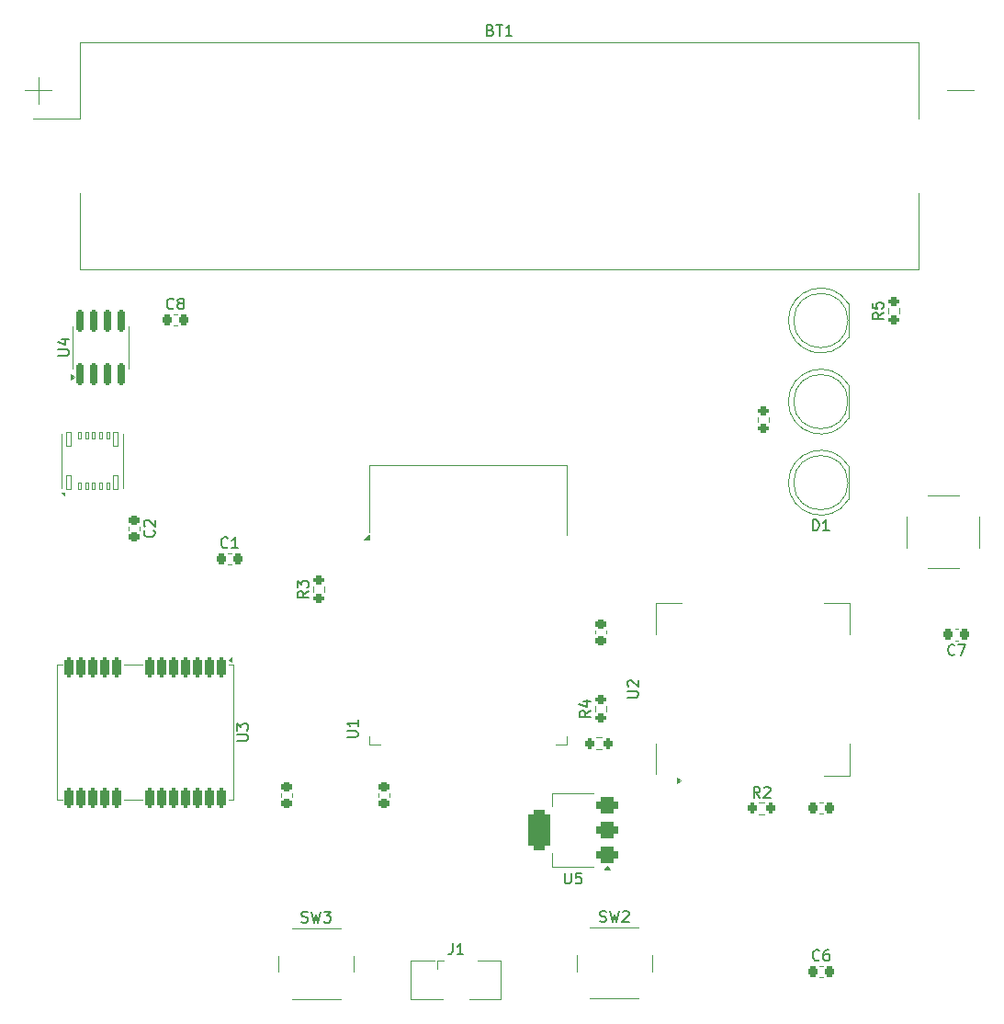
<source format=gbr>
%TF.GenerationSoftware,KiCad,Pcbnew,9.0.0*%
%TF.CreationDate,2025-07-02T16:13:02+05:30*%
%TF.ProjectId,ESP32 GPS + GSM Tracker,45535033-3220-4475-9053-202b2047534d,rev?*%
%TF.SameCoordinates,Original*%
%TF.FileFunction,Legend,Top*%
%TF.FilePolarity,Positive*%
%FSLAX46Y46*%
G04 Gerber Fmt 4.6, Leading zero omitted, Abs format (unit mm)*
G04 Created by KiCad (PCBNEW 9.0.0) date 2025-07-02 16:13:02*
%MOMM*%
%LPD*%
G01*
G04 APERTURE LIST*
G04 Aperture macros list*
%AMRoundRect*
0 Rectangle with rounded corners*
0 $1 Rounding radius*
0 $2 $3 $4 $5 $6 $7 $8 $9 X,Y pos of 4 corners*
0 Add a 4 corners polygon primitive as box body*
4,1,4,$2,$3,$4,$5,$6,$7,$8,$9,$2,$3,0*
0 Add four circle primitives for the rounded corners*
1,1,$1+$1,$2,$3*
1,1,$1+$1,$4,$5*
1,1,$1+$1,$6,$7*
1,1,$1+$1,$8,$9*
0 Add four rect primitives between the rounded corners*
20,1,$1+$1,$2,$3,$4,$5,0*
20,1,$1+$1,$4,$5,$6,$7,0*
20,1,$1+$1,$6,$7,$8,$9,0*
20,1,$1+$1,$8,$9,$2,$3,0*%
%AMFreePoly0*
4,1,13,0.750000,1.250000,1.250000,1.250000,1.250000,-1.250000,0.750000,-1.250000,0.750000,-2.300000,-0.750000,-2.300000,-0.750000,-1.250000,-1.250000,-1.250000,-1.250000,1.250000,-0.750000,1.250000,-0.750000,2.300000,0.750000,2.300000,0.750000,1.250000,0.750000,1.250000,$1*%
G04 Aperture macros list end*
%ADD10C,0.150000*%
%ADD11C,0.120000*%
%ADD12R,1.800000X1.800000*%
%ADD13C,1.800000*%
%ADD14C,2.000000*%
%ADD15C,2.390000*%
%ADD16C,3.450000*%
%ADD17R,7.340000X6.350000*%
%ADD18R,1.500000X0.900000*%
%ADD19R,0.900000X1.500000*%
%ADD20C,0.600000*%
%ADD21R,4.200000X4.200000*%
%ADD22O,0.600000X1.600000*%
%ADD23O,1.600000X0.600000*%
%ADD24RoundRect,0.200000X-0.200000X0.700000X-0.200000X-0.700000X0.200000X-0.700000X0.200000X0.700000X0*%
%ADD25RoundRect,0.200000X0.275000X-0.200000X0.275000X0.200000X-0.275000X0.200000X-0.275000X-0.200000X0*%
%ADD26RoundRect,0.225000X-0.225000X-0.250000X0.225000X-0.250000X0.225000X0.250000X-0.225000X0.250000X0*%
%ADD27RoundRect,0.050000X0.200000X-0.650000X0.200000X0.650000X-0.200000X0.650000X-0.200000X-0.650000X0*%
%ADD28RoundRect,0.050050X0.124950X-0.299950X0.124950X0.299950X-0.124950X0.299950X-0.124950X-0.299950X0*%
%ADD29C,0.500000*%
%ADD30FreePoly0,90.000000*%
%ADD31RoundRect,0.225000X-0.250000X0.225000X-0.250000X-0.225000X0.250000X-0.225000X0.250000X0.225000X0*%
%ADD32RoundRect,0.225000X0.225000X0.250000X-0.225000X0.250000X-0.225000X-0.250000X0.225000X-0.250000X0*%
%ADD33RoundRect,0.200000X-0.200000X-0.275000X0.200000X-0.275000X0.200000X0.275000X-0.200000X0.275000X0*%
%ADD34R,0.450000X1.500000*%
%ADD35O,1.800000X1.100000*%
%ADD36O,2.200000X1.100000*%
%ADD37RoundRect,0.225000X0.250000X-0.225000X0.250000X0.225000X-0.250000X0.225000X-0.250000X-0.225000X0*%
%ADD38RoundRect,0.150000X0.150000X-0.825000X0.150000X0.825000X-0.150000X0.825000X-0.150000X-0.825000X0*%
%ADD39R,3.300000X2.410000*%
%ADD40C,2.050000*%
%ADD41C,2.250000*%
%ADD42RoundRect,0.375000X0.625000X0.375000X-0.625000X0.375000X-0.625000X-0.375000X0.625000X-0.375000X0*%
%ADD43RoundRect,0.500000X0.500000X1.400000X-0.500000X1.400000X-0.500000X-1.400000X0.500000X-1.400000X0*%
G04 APERTURE END LIST*
D10*
X128916667Y-122407200D02*
X129059524Y-122454819D01*
X129059524Y-122454819D02*
X129297619Y-122454819D01*
X129297619Y-122454819D02*
X129392857Y-122407200D01*
X129392857Y-122407200D02*
X129440476Y-122359580D01*
X129440476Y-122359580D02*
X129488095Y-122264342D01*
X129488095Y-122264342D02*
X129488095Y-122169104D01*
X129488095Y-122169104D02*
X129440476Y-122073866D01*
X129440476Y-122073866D02*
X129392857Y-122026247D01*
X129392857Y-122026247D02*
X129297619Y-121978628D01*
X129297619Y-121978628D02*
X129107143Y-121931009D01*
X129107143Y-121931009D02*
X129011905Y-121883390D01*
X129011905Y-121883390D02*
X128964286Y-121835771D01*
X128964286Y-121835771D02*
X128916667Y-121740533D01*
X128916667Y-121740533D02*
X128916667Y-121645295D01*
X128916667Y-121645295D02*
X128964286Y-121550057D01*
X128964286Y-121550057D02*
X129011905Y-121502438D01*
X129011905Y-121502438D02*
X129107143Y-121454819D01*
X129107143Y-121454819D02*
X129345238Y-121454819D01*
X129345238Y-121454819D02*
X129488095Y-121502438D01*
X129821429Y-121454819D02*
X130059524Y-122454819D01*
X130059524Y-122454819D02*
X130250000Y-121740533D01*
X130250000Y-121740533D02*
X130440476Y-122454819D01*
X130440476Y-122454819D02*
X130678572Y-121454819D01*
X131011905Y-121550057D02*
X131059524Y-121502438D01*
X131059524Y-121502438D02*
X131154762Y-121454819D01*
X131154762Y-121454819D02*
X131392857Y-121454819D01*
X131392857Y-121454819D02*
X131488095Y-121502438D01*
X131488095Y-121502438D02*
X131535714Y-121550057D01*
X131535714Y-121550057D02*
X131583333Y-121645295D01*
X131583333Y-121645295D02*
X131583333Y-121740533D01*
X131583333Y-121740533D02*
X131535714Y-121883390D01*
X131535714Y-121883390D02*
X130964286Y-122454819D01*
X130964286Y-122454819D02*
X131583333Y-122454819D01*
X118844285Y-40296009D02*
X118987142Y-40343628D01*
X118987142Y-40343628D02*
X119034761Y-40391247D01*
X119034761Y-40391247D02*
X119082380Y-40486485D01*
X119082380Y-40486485D02*
X119082380Y-40629342D01*
X119082380Y-40629342D02*
X119034761Y-40724580D01*
X119034761Y-40724580D02*
X118987142Y-40772200D01*
X118987142Y-40772200D02*
X118891904Y-40819819D01*
X118891904Y-40819819D02*
X118510952Y-40819819D01*
X118510952Y-40819819D02*
X118510952Y-39819819D01*
X118510952Y-39819819D02*
X118844285Y-39819819D01*
X118844285Y-39819819D02*
X118939523Y-39867438D01*
X118939523Y-39867438D02*
X118987142Y-39915057D01*
X118987142Y-39915057D02*
X119034761Y-40010295D01*
X119034761Y-40010295D02*
X119034761Y-40105533D01*
X119034761Y-40105533D02*
X118987142Y-40200771D01*
X118987142Y-40200771D02*
X118939523Y-40248390D01*
X118939523Y-40248390D02*
X118844285Y-40296009D01*
X118844285Y-40296009D02*
X118510952Y-40296009D01*
X119368095Y-39819819D02*
X119939523Y-39819819D01*
X119653809Y-40819819D02*
X119653809Y-39819819D01*
X120796666Y-40819819D02*
X120225238Y-40819819D01*
X120510952Y-40819819D02*
X120510952Y-39819819D01*
X120510952Y-39819819D02*
X120415714Y-39962676D01*
X120415714Y-39962676D02*
X120320476Y-40057914D01*
X120320476Y-40057914D02*
X120225238Y-40105533D01*
X105594819Y-105441904D02*
X106404342Y-105441904D01*
X106404342Y-105441904D02*
X106499580Y-105394285D01*
X106499580Y-105394285D02*
X106547200Y-105346666D01*
X106547200Y-105346666D02*
X106594819Y-105251428D01*
X106594819Y-105251428D02*
X106594819Y-105060952D01*
X106594819Y-105060952D02*
X106547200Y-104965714D01*
X106547200Y-104965714D02*
X106499580Y-104918095D01*
X106499580Y-104918095D02*
X106404342Y-104870476D01*
X106404342Y-104870476D02*
X105594819Y-104870476D01*
X106594819Y-103870476D02*
X106594819Y-104441904D01*
X106594819Y-104156190D02*
X105594819Y-104156190D01*
X105594819Y-104156190D02*
X105737676Y-104251428D01*
X105737676Y-104251428D02*
X105832914Y-104346666D01*
X105832914Y-104346666D02*
X105880533Y-104441904D01*
X131454819Y-101761904D02*
X132264342Y-101761904D01*
X132264342Y-101761904D02*
X132359580Y-101714285D01*
X132359580Y-101714285D02*
X132407200Y-101666666D01*
X132407200Y-101666666D02*
X132454819Y-101571428D01*
X132454819Y-101571428D02*
X132454819Y-101380952D01*
X132454819Y-101380952D02*
X132407200Y-101285714D01*
X132407200Y-101285714D02*
X132359580Y-101238095D01*
X132359580Y-101238095D02*
X132264342Y-101190476D01*
X132264342Y-101190476D02*
X131454819Y-101190476D01*
X131550057Y-100761904D02*
X131502438Y-100714285D01*
X131502438Y-100714285D02*
X131454819Y-100619047D01*
X131454819Y-100619047D02*
X131454819Y-100380952D01*
X131454819Y-100380952D02*
X131502438Y-100285714D01*
X131502438Y-100285714D02*
X131550057Y-100238095D01*
X131550057Y-100238095D02*
X131645295Y-100190476D01*
X131645295Y-100190476D02*
X131740533Y-100190476D01*
X131740533Y-100190476D02*
X131883390Y-100238095D01*
X131883390Y-100238095D02*
X132454819Y-100809523D01*
X132454819Y-100809523D02*
X132454819Y-100190476D01*
X95454819Y-105761904D02*
X96264342Y-105761904D01*
X96264342Y-105761904D02*
X96359580Y-105714285D01*
X96359580Y-105714285D02*
X96407200Y-105666666D01*
X96407200Y-105666666D02*
X96454819Y-105571428D01*
X96454819Y-105571428D02*
X96454819Y-105380952D01*
X96454819Y-105380952D02*
X96407200Y-105285714D01*
X96407200Y-105285714D02*
X96359580Y-105238095D01*
X96359580Y-105238095D02*
X96264342Y-105190476D01*
X96264342Y-105190476D02*
X95454819Y-105190476D01*
X95454819Y-104809523D02*
X95454819Y-104190476D01*
X95454819Y-104190476D02*
X95835771Y-104523809D01*
X95835771Y-104523809D02*
X95835771Y-104380952D01*
X95835771Y-104380952D02*
X95883390Y-104285714D01*
X95883390Y-104285714D02*
X95931009Y-104238095D01*
X95931009Y-104238095D02*
X96026247Y-104190476D01*
X96026247Y-104190476D02*
X96264342Y-104190476D01*
X96264342Y-104190476D02*
X96359580Y-104238095D01*
X96359580Y-104238095D02*
X96407200Y-104285714D01*
X96407200Y-104285714D02*
X96454819Y-104380952D01*
X96454819Y-104380952D02*
X96454819Y-104666666D01*
X96454819Y-104666666D02*
X96407200Y-104761904D01*
X96407200Y-104761904D02*
X96359580Y-104809523D01*
X102024819Y-91991666D02*
X101548628Y-92324999D01*
X102024819Y-92563094D02*
X101024819Y-92563094D01*
X101024819Y-92563094D02*
X101024819Y-92182142D01*
X101024819Y-92182142D02*
X101072438Y-92086904D01*
X101072438Y-92086904D02*
X101120057Y-92039285D01*
X101120057Y-92039285D02*
X101215295Y-91991666D01*
X101215295Y-91991666D02*
X101358152Y-91991666D01*
X101358152Y-91991666D02*
X101453390Y-92039285D01*
X101453390Y-92039285D02*
X101501009Y-92086904D01*
X101501009Y-92086904D02*
X101548628Y-92182142D01*
X101548628Y-92182142D02*
X101548628Y-92563094D01*
X101024819Y-91658332D02*
X101024819Y-91039285D01*
X101024819Y-91039285D02*
X101405771Y-91372618D01*
X101405771Y-91372618D02*
X101405771Y-91229761D01*
X101405771Y-91229761D02*
X101453390Y-91134523D01*
X101453390Y-91134523D02*
X101501009Y-91086904D01*
X101501009Y-91086904D02*
X101596247Y-91039285D01*
X101596247Y-91039285D02*
X101834342Y-91039285D01*
X101834342Y-91039285D02*
X101929580Y-91086904D01*
X101929580Y-91086904D02*
X101977200Y-91134523D01*
X101977200Y-91134523D02*
X102024819Y-91229761D01*
X102024819Y-91229761D02*
X102024819Y-91515475D01*
X102024819Y-91515475D02*
X101977200Y-91610713D01*
X101977200Y-91610713D02*
X101929580Y-91658332D01*
X149138333Y-125929580D02*
X149090714Y-125977200D01*
X149090714Y-125977200D02*
X148947857Y-126024819D01*
X148947857Y-126024819D02*
X148852619Y-126024819D01*
X148852619Y-126024819D02*
X148709762Y-125977200D01*
X148709762Y-125977200D02*
X148614524Y-125881961D01*
X148614524Y-125881961D02*
X148566905Y-125786723D01*
X148566905Y-125786723D02*
X148519286Y-125596247D01*
X148519286Y-125596247D02*
X148519286Y-125453390D01*
X148519286Y-125453390D02*
X148566905Y-125262914D01*
X148566905Y-125262914D02*
X148614524Y-125167676D01*
X148614524Y-125167676D02*
X148709762Y-125072438D01*
X148709762Y-125072438D02*
X148852619Y-125024819D01*
X148852619Y-125024819D02*
X148947857Y-125024819D01*
X148947857Y-125024819D02*
X149090714Y-125072438D01*
X149090714Y-125072438D02*
X149138333Y-125120057D01*
X149995476Y-125024819D02*
X149805000Y-125024819D01*
X149805000Y-125024819D02*
X149709762Y-125072438D01*
X149709762Y-125072438D02*
X149662143Y-125120057D01*
X149662143Y-125120057D02*
X149566905Y-125262914D01*
X149566905Y-125262914D02*
X149519286Y-125453390D01*
X149519286Y-125453390D02*
X149519286Y-125834342D01*
X149519286Y-125834342D02*
X149566905Y-125929580D01*
X149566905Y-125929580D02*
X149614524Y-125977200D01*
X149614524Y-125977200D02*
X149709762Y-126024819D01*
X149709762Y-126024819D02*
X149900238Y-126024819D01*
X149900238Y-126024819D02*
X149995476Y-125977200D01*
X149995476Y-125977200D02*
X150043095Y-125929580D01*
X150043095Y-125929580D02*
X150090714Y-125834342D01*
X150090714Y-125834342D02*
X150090714Y-125596247D01*
X150090714Y-125596247D02*
X150043095Y-125501009D01*
X150043095Y-125501009D02*
X149995476Y-125453390D01*
X149995476Y-125453390D02*
X149900238Y-125405771D01*
X149900238Y-125405771D02*
X149709762Y-125405771D01*
X149709762Y-125405771D02*
X149614524Y-125453390D01*
X149614524Y-125453390D02*
X149566905Y-125501009D01*
X149566905Y-125501009D02*
X149519286Y-125596247D01*
X128024819Y-102991666D02*
X127548628Y-103324999D01*
X128024819Y-103563094D02*
X127024819Y-103563094D01*
X127024819Y-103563094D02*
X127024819Y-103182142D01*
X127024819Y-103182142D02*
X127072438Y-103086904D01*
X127072438Y-103086904D02*
X127120057Y-103039285D01*
X127120057Y-103039285D02*
X127215295Y-102991666D01*
X127215295Y-102991666D02*
X127358152Y-102991666D01*
X127358152Y-102991666D02*
X127453390Y-103039285D01*
X127453390Y-103039285D02*
X127501009Y-103086904D01*
X127501009Y-103086904D02*
X127548628Y-103182142D01*
X127548628Y-103182142D02*
X127548628Y-103563094D01*
X127358152Y-102134523D02*
X128024819Y-102134523D01*
X126977200Y-102372618D02*
X127691485Y-102610713D01*
X127691485Y-102610713D02*
X127691485Y-101991666D01*
X87789580Y-86391666D02*
X87837200Y-86439285D01*
X87837200Y-86439285D02*
X87884819Y-86582142D01*
X87884819Y-86582142D02*
X87884819Y-86677380D01*
X87884819Y-86677380D02*
X87837200Y-86820237D01*
X87837200Y-86820237D02*
X87741961Y-86915475D01*
X87741961Y-86915475D02*
X87646723Y-86963094D01*
X87646723Y-86963094D02*
X87456247Y-87010713D01*
X87456247Y-87010713D02*
X87313390Y-87010713D01*
X87313390Y-87010713D02*
X87122914Y-86963094D01*
X87122914Y-86963094D02*
X87027676Y-86915475D01*
X87027676Y-86915475D02*
X86932438Y-86820237D01*
X86932438Y-86820237D02*
X86884819Y-86677380D01*
X86884819Y-86677380D02*
X86884819Y-86582142D01*
X86884819Y-86582142D02*
X86932438Y-86439285D01*
X86932438Y-86439285D02*
X86980057Y-86391666D01*
X86980057Y-86010713D02*
X86932438Y-85963094D01*
X86932438Y-85963094D02*
X86884819Y-85867856D01*
X86884819Y-85867856D02*
X86884819Y-85629761D01*
X86884819Y-85629761D02*
X86932438Y-85534523D01*
X86932438Y-85534523D02*
X86980057Y-85486904D01*
X86980057Y-85486904D02*
X87075295Y-85439285D01*
X87075295Y-85439285D02*
X87170533Y-85439285D01*
X87170533Y-85439285D02*
X87313390Y-85486904D01*
X87313390Y-85486904D02*
X87884819Y-86058332D01*
X87884819Y-86058332D02*
X87884819Y-85439285D01*
X161608333Y-97789580D02*
X161560714Y-97837200D01*
X161560714Y-97837200D02*
X161417857Y-97884819D01*
X161417857Y-97884819D02*
X161322619Y-97884819D01*
X161322619Y-97884819D02*
X161179762Y-97837200D01*
X161179762Y-97837200D02*
X161084524Y-97741961D01*
X161084524Y-97741961D02*
X161036905Y-97646723D01*
X161036905Y-97646723D02*
X160989286Y-97456247D01*
X160989286Y-97456247D02*
X160989286Y-97313390D01*
X160989286Y-97313390D02*
X161036905Y-97122914D01*
X161036905Y-97122914D02*
X161084524Y-97027676D01*
X161084524Y-97027676D02*
X161179762Y-96932438D01*
X161179762Y-96932438D02*
X161322619Y-96884819D01*
X161322619Y-96884819D02*
X161417857Y-96884819D01*
X161417857Y-96884819D02*
X161560714Y-96932438D01*
X161560714Y-96932438D02*
X161608333Y-96980057D01*
X161941667Y-96884819D02*
X162608333Y-96884819D01*
X162608333Y-96884819D02*
X162179762Y-97884819D01*
X101416667Y-122457200D02*
X101559524Y-122504819D01*
X101559524Y-122504819D02*
X101797619Y-122504819D01*
X101797619Y-122504819D02*
X101892857Y-122457200D01*
X101892857Y-122457200D02*
X101940476Y-122409580D01*
X101940476Y-122409580D02*
X101988095Y-122314342D01*
X101988095Y-122314342D02*
X101988095Y-122219104D01*
X101988095Y-122219104D02*
X101940476Y-122123866D01*
X101940476Y-122123866D02*
X101892857Y-122076247D01*
X101892857Y-122076247D02*
X101797619Y-122028628D01*
X101797619Y-122028628D02*
X101607143Y-121981009D01*
X101607143Y-121981009D02*
X101511905Y-121933390D01*
X101511905Y-121933390D02*
X101464286Y-121885771D01*
X101464286Y-121885771D02*
X101416667Y-121790533D01*
X101416667Y-121790533D02*
X101416667Y-121695295D01*
X101416667Y-121695295D02*
X101464286Y-121600057D01*
X101464286Y-121600057D02*
X101511905Y-121552438D01*
X101511905Y-121552438D02*
X101607143Y-121504819D01*
X101607143Y-121504819D02*
X101845238Y-121504819D01*
X101845238Y-121504819D02*
X101988095Y-121552438D01*
X102321429Y-121504819D02*
X102559524Y-122504819D01*
X102559524Y-122504819D02*
X102750000Y-121790533D01*
X102750000Y-121790533D02*
X102940476Y-122504819D01*
X102940476Y-122504819D02*
X103178572Y-121504819D01*
X103464286Y-121504819D02*
X104083333Y-121504819D01*
X104083333Y-121504819D02*
X103750000Y-121885771D01*
X103750000Y-121885771D02*
X103892857Y-121885771D01*
X103892857Y-121885771D02*
X103988095Y-121933390D01*
X103988095Y-121933390D02*
X104035714Y-121981009D01*
X104035714Y-121981009D02*
X104083333Y-122076247D01*
X104083333Y-122076247D02*
X104083333Y-122314342D01*
X104083333Y-122314342D02*
X104035714Y-122409580D01*
X104035714Y-122409580D02*
X103988095Y-122457200D01*
X103988095Y-122457200D02*
X103892857Y-122504819D01*
X103892857Y-122504819D02*
X103607143Y-122504819D01*
X103607143Y-122504819D02*
X103511905Y-122457200D01*
X103511905Y-122457200D02*
X103464286Y-122409580D01*
X89608333Y-65929580D02*
X89560714Y-65977200D01*
X89560714Y-65977200D02*
X89417857Y-66024819D01*
X89417857Y-66024819D02*
X89322619Y-66024819D01*
X89322619Y-66024819D02*
X89179762Y-65977200D01*
X89179762Y-65977200D02*
X89084524Y-65881961D01*
X89084524Y-65881961D02*
X89036905Y-65786723D01*
X89036905Y-65786723D02*
X88989286Y-65596247D01*
X88989286Y-65596247D02*
X88989286Y-65453390D01*
X88989286Y-65453390D02*
X89036905Y-65262914D01*
X89036905Y-65262914D02*
X89084524Y-65167676D01*
X89084524Y-65167676D02*
X89179762Y-65072438D01*
X89179762Y-65072438D02*
X89322619Y-65024819D01*
X89322619Y-65024819D02*
X89417857Y-65024819D01*
X89417857Y-65024819D02*
X89560714Y-65072438D01*
X89560714Y-65072438D02*
X89608333Y-65120057D01*
X90179762Y-65453390D02*
X90084524Y-65405771D01*
X90084524Y-65405771D02*
X90036905Y-65358152D01*
X90036905Y-65358152D02*
X89989286Y-65262914D01*
X89989286Y-65262914D02*
X89989286Y-65215295D01*
X89989286Y-65215295D02*
X90036905Y-65120057D01*
X90036905Y-65120057D02*
X90084524Y-65072438D01*
X90084524Y-65072438D02*
X90179762Y-65024819D01*
X90179762Y-65024819D02*
X90370238Y-65024819D01*
X90370238Y-65024819D02*
X90465476Y-65072438D01*
X90465476Y-65072438D02*
X90513095Y-65120057D01*
X90513095Y-65120057D02*
X90560714Y-65215295D01*
X90560714Y-65215295D02*
X90560714Y-65262914D01*
X90560714Y-65262914D02*
X90513095Y-65358152D01*
X90513095Y-65358152D02*
X90465476Y-65405771D01*
X90465476Y-65405771D02*
X90370238Y-65453390D01*
X90370238Y-65453390D02*
X90179762Y-65453390D01*
X90179762Y-65453390D02*
X90084524Y-65501009D01*
X90084524Y-65501009D02*
X90036905Y-65548628D01*
X90036905Y-65548628D02*
X89989286Y-65643866D01*
X89989286Y-65643866D02*
X89989286Y-65834342D01*
X89989286Y-65834342D02*
X90036905Y-65929580D01*
X90036905Y-65929580D02*
X90084524Y-65977200D01*
X90084524Y-65977200D02*
X90179762Y-66024819D01*
X90179762Y-66024819D02*
X90370238Y-66024819D01*
X90370238Y-66024819D02*
X90465476Y-65977200D01*
X90465476Y-65977200D02*
X90513095Y-65929580D01*
X90513095Y-65929580D02*
X90560714Y-65834342D01*
X90560714Y-65834342D02*
X90560714Y-65643866D01*
X90560714Y-65643866D02*
X90513095Y-65548628D01*
X90513095Y-65548628D02*
X90465476Y-65501009D01*
X90465476Y-65501009D02*
X90370238Y-65453390D01*
X143658333Y-111024819D02*
X143325000Y-110548628D01*
X143086905Y-111024819D02*
X143086905Y-110024819D01*
X143086905Y-110024819D02*
X143467857Y-110024819D01*
X143467857Y-110024819D02*
X143563095Y-110072438D01*
X143563095Y-110072438D02*
X143610714Y-110120057D01*
X143610714Y-110120057D02*
X143658333Y-110215295D01*
X143658333Y-110215295D02*
X143658333Y-110358152D01*
X143658333Y-110358152D02*
X143610714Y-110453390D01*
X143610714Y-110453390D02*
X143563095Y-110501009D01*
X143563095Y-110501009D02*
X143467857Y-110548628D01*
X143467857Y-110548628D02*
X143086905Y-110548628D01*
X144039286Y-110120057D02*
X144086905Y-110072438D01*
X144086905Y-110072438D02*
X144182143Y-110024819D01*
X144182143Y-110024819D02*
X144420238Y-110024819D01*
X144420238Y-110024819D02*
X144515476Y-110072438D01*
X144515476Y-110072438D02*
X144563095Y-110120057D01*
X144563095Y-110120057D02*
X144610714Y-110215295D01*
X144610714Y-110215295D02*
X144610714Y-110310533D01*
X144610714Y-110310533D02*
X144563095Y-110453390D01*
X144563095Y-110453390D02*
X143991667Y-111024819D01*
X143991667Y-111024819D02*
X144610714Y-111024819D01*
X115316666Y-124429819D02*
X115316666Y-125144104D01*
X115316666Y-125144104D02*
X115269047Y-125286961D01*
X115269047Y-125286961D02*
X115173809Y-125382200D01*
X115173809Y-125382200D02*
X115030952Y-125429819D01*
X115030952Y-125429819D02*
X114935714Y-125429819D01*
X116316666Y-125429819D02*
X115745238Y-125429819D01*
X116030952Y-125429819D02*
X116030952Y-124429819D01*
X116030952Y-124429819D02*
X115935714Y-124572676D01*
X115935714Y-124572676D02*
X115840476Y-124667914D01*
X115840476Y-124667914D02*
X115745238Y-124715533D01*
X148531905Y-86414819D02*
X148531905Y-85414819D01*
X148531905Y-85414819D02*
X148770000Y-85414819D01*
X148770000Y-85414819D02*
X148912857Y-85462438D01*
X148912857Y-85462438D02*
X149008095Y-85557676D01*
X149008095Y-85557676D02*
X149055714Y-85652914D01*
X149055714Y-85652914D02*
X149103333Y-85843390D01*
X149103333Y-85843390D02*
X149103333Y-85986247D01*
X149103333Y-85986247D02*
X149055714Y-86176723D01*
X149055714Y-86176723D02*
X149008095Y-86271961D01*
X149008095Y-86271961D02*
X148912857Y-86367200D01*
X148912857Y-86367200D02*
X148770000Y-86414819D01*
X148770000Y-86414819D02*
X148531905Y-86414819D01*
X150055714Y-86414819D02*
X149484286Y-86414819D01*
X149770000Y-86414819D02*
X149770000Y-85414819D01*
X149770000Y-85414819D02*
X149674762Y-85557676D01*
X149674762Y-85557676D02*
X149579524Y-85652914D01*
X149579524Y-85652914D02*
X149484286Y-85700533D01*
X94608333Y-87929580D02*
X94560714Y-87977200D01*
X94560714Y-87977200D02*
X94417857Y-88024819D01*
X94417857Y-88024819D02*
X94322619Y-88024819D01*
X94322619Y-88024819D02*
X94179762Y-87977200D01*
X94179762Y-87977200D02*
X94084524Y-87881961D01*
X94084524Y-87881961D02*
X94036905Y-87786723D01*
X94036905Y-87786723D02*
X93989286Y-87596247D01*
X93989286Y-87596247D02*
X93989286Y-87453390D01*
X93989286Y-87453390D02*
X94036905Y-87262914D01*
X94036905Y-87262914D02*
X94084524Y-87167676D01*
X94084524Y-87167676D02*
X94179762Y-87072438D01*
X94179762Y-87072438D02*
X94322619Y-87024819D01*
X94322619Y-87024819D02*
X94417857Y-87024819D01*
X94417857Y-87024819D02*
X94560714Y-87072438D01*
X94560714Y-87072438D02*
X94608333Y-87120057D01*
X95560714Y-88024819D02*
X94989286Y-88024819D01*
X95275000Y-88024819D02*
X95275000Y-87024819D01*
X95275000Y-87024819D02*
X95179762Y-87167676D01*
X95179762Y-87167676D02*
X95084524Y-87262914D01*
X95084524Y-87262914D02*
X94989286Y-87310533D01*
X78959819Y-70286904D02*
X79769342Y-70286904D01*
X79769342Y-70286904D02*
X79864580Y-70239285D01*
X79864580Y-70239285D02*
X79912200Y-70191666D01*
X79912200Y-70191666D02*
X79959819Y-70096428D01*
X79959819Y-70096428D02*
X79959819Y-69905952D01*
X79959819Y-69905952D02*
X79912200Y-69810714D01*
X79912200Y-69810714D02*
X79864580Y-69763095D01*
X79864580Y-69763095D02*
X79769342Y-69715476D01*
X79769342Y-69715476D02*
X78959819Y-69715476D01*
X79293152Y-68810714D02*
X79959819Y-68810714D01*
X78912200Y-69048809D02*
X79626485Y-69286904D01*
X79626485Y-69286904D02*
X79626485Y-68667857D01*
X125668095Y-117929819D02*
X125668095Y-118739342D01*
X125668095Y-118739342D02*
X125715714Y-118834580D01*
X125715714Y-118834580D02*
X125763333Y-118882200D01*
X125763333Y-118882200D02*
X125858571Y-118929819D01*
X125858571Y-118929819D02*
X126049047Y-118929819D01*
X126049047Y-118929819D02*
X126144285Y-118882200D01*
X126144285Y-118882200D02*
X126191904Y-118834580D01*
X126191904Y-118834580D02*
X126239523Y-118739342D01*
X126239523Y-118739342D02*
X126239523Y-117929819D01*
X127191904Y-117929819D02*
X126715714Y-117929819D01*
X126715714Y-117929819D02*
X126668095Y-118406009D01*
X126668095Y-118406009D02*
X126715714Y-118358390D01*
X126715714Y-118358390D02*
X126810952Y-118310771D01*
X126810952Y-118310771D02*
X127049047Y-118310771D01*
X127049047Y-118310771D02*
X127144285Y-118358390D01*
X127144285Y-118358390D02*
X127191904Y-118406009D01*
X127191904Y-118406009D02*
X127239523Y-118501247D01*
X127239523Y-118501247D02*
X127239523Y-118739342D01*
X127239523Y-118739342D02*
X127191904Y-118834580D01*
X127191904Y-118834580D02*
X127144285Y-118882200D01*
X127144285Y-118882200D02*
X127049047Y-118929819D01*
X127049047Y-118929819D02*
X126810952Y-118929819D01*
X126810952Y-118929819D02*
X126715714Y-118882200D01*
X126715714Y-118882200D02*
X126668095Y-118834580D01*
X155024819Y-66341666D02*
X154548628Y-66674999D01*
X155024819Y-66913094D02*
X154024819Y-66913094D01*
X154024819Y-66913094D02*
X154024819Y-66532142D01*
X154024819Y-66532142D02*
X154072438Y-66436904D01*
X154072438Y-66436904D02*
X154120057Y-66389285D01*
X154120057Y-66389285D02*
X154215295Y-66341666D01*
X154215295Y-66341666D02*
X154358152Y-66341666D01*
X154358152Y-66341666D02*
X154453390Y-66389285D01*
X154453390Y-66389285D02*
X154501009Y-66436904D01*
X154501009Y-66436904D02*
X154548628Y-66532142D01*
X154548628Y-66532142D02*
X154548628Y-66913094D01*
X154024819Y-65436904D02*
X154024819Y-65913094D01*
X154024819Y-65913094D02*
X154501009Y-65960713D01*
X154501009Y-65960713D02*
X154453390Y-65913094D01*
X154453390Y-65913094D02*
X154405771Y-65817856D01*
X154405771Y-65817856D02*
X154405771Y-65579761D01*
X154405771Y-65579761D02*
X154453390Y-65484523D01*
X154453390Y-65484523D02*
X154501009Y-65436904D01*
X154501009Y-65436904D02*
X154596247Y-65389285D01*
X154596247Y-65389285D02*
X154834342Y-65389285D01*
X154834342Y-65389285D02*
X154929580Y-65436904D01*
X154929580Y-65436904D02*
X154977200Y-65484523D01*
X154977200Y-65484523D02*
X155024819Y-65579761D01*
X155024819Y-65579761D02*
X155024819Y-65817856D01*
X155024819Y-65817856D02*
X154977200Y-65913094D01*
X154977200Y-65913094D02*
X154929580Y-65960713D01*
D11*
%TO.C,D2*%
X151830000Y-76075000D02*
X151830000Y-72985000D01*
X146280000Y-74529952D02*
G75*
G02*
X151830000Y-72985170I2990000J-48D01*
G01*
X151830000Y-76074830D02*
G75*
G02*
X146280000Y-74530048I-2560000J1544830D01*
G01*
X151770000Y-74530000D02*
G75*
G02*
X146770000Y-74530000I-2500000J0D01*
G01*
X146770000Y-74530000D02*
G75*
G02*
X151770000Y-74530000I2500000J0D01*
G01*
%TO.C,SW2*%
X126750000Y-125500000D02*
X126750000Y-127000000D01*
X128000000Y-129500000D02*
X132500000Y-129500000D01*
X132500000Y-123000000D02*
X128000000Y-123000000D01*
X133750000Y-127000000D02*
X133750000Y-125500000D01*
%TO.C,BT1*%
X75880000Y-45865000D02*
X78380000Y-45865000D01*
X77130000Y-47115000D02*
X77130000Y-44615000D01*
X80990000Y-41425000D02*
X80990000Y-48425000D01*
X80990000Y-48425000D02*
X76630000Y-48425000D01*
X80990000Y-62305000D02*
X80990000Y-55305000D01*
X158270000Y-41425000D02*
X80990000Y-41425000D01*
X158270000Y-48425000D02*
X158270000Y-41445000D01*
X158270000Y-55305000D02*
X158270000Y-62305000D01*
X158270000Y-62305000D02*
X80990000Y-62305000D01*
X163380000Y-45865000D02*
X160880000Y-45865000D01*
%TO.C,U1*%
X107630000Y-80390000D02*
X107630000Y-86550000D01*
X107630000Y-80390000D02*
X125870000Y-80390000D01*
X107630000Y-105350000D02*
X107630000Y-106130000D01*
X107630000Y-106130000D02*
X108630000Y-106130000D01*
X125870000Y-80390000D02*
X125870000Y-86805000D01*
X125870000Y-105350000D02*
X125870000Y-106130000D01*
X125870000Y-106130000D02*
X124870000Y-106130000D01*
X107625000Y-87275000D02*
X107125000Y-87275000D01*
X107625000Y-86775000D01*
X107625000Y-87275000D01*
G36*
X107625000Y-87275000D02*
G01*
X107125000Y-87275000D01*
X107625000Y-86775000D01*
X107625000Y-87275000D01*
G37*
%TO.C,U2*%
X134090000Y-93040000D02*
X134090000Y-96000000D01*
X134090000Y-93040000D02*
X136400000Y-93040000D01*
X134090000Y-108850000D02*
X134090000Y-106000000D01*
X151910000Y-93040000D02*
X149600000Y-93040000D01*
X151910000Y-93040000D02*
X151910000Y-96000000D01*
X151910000Y-108960000D02*
X149600000Y-108960000D01*
X151910000Y-108960000D02*
X151910000Y-106000000D01*
X136360000Y-109410000D02*
X136030000Y-109650000D01*
X136030000Y-109170000D01*
X136360000Y-109410000D01*
G36*
X136360000Y-109410000D02*
G01*
X136030000Y-109650000D01*
X136030000Y-109170000D01*
X136360000Y-109410000D01*
G37*
%TO.C,U3*%
X78890000Y-98790000D02*
X78890000Y-111210000D01*
X79340000Y-98790000D02*
X78890000Y-98790000D01*
X79340000Y-111210000D02*
X78900000Y-111210000D01*
X86740000Y-98790000D02*
X85060000Y-98790000D01*
X86740000Y-111210000D02*
X85060000Y-111210000D01*
X95110000Y-98790000D02*
X94660000Y-98790000D01*
X95110000Y-98790000D02*
X95110000Y-111210000D01*
X95110000Y-111210000D02*
X94660000Y-111210000D01*
X94990000Y-98540000D02*
X94660000Y-98300000D01*
X94990000Y-98060000D01*
X94990000Y-98540000D01*
G36*
X94990000Y-98540000D02*
G01*
X94660000Y-98300000D01*
X94990000Y-98060000D01*
X94990000Y-98540000D01*
G37*
%TO.C,R6*%
X143477500Y-76412258D02*
X143477500Y-75937742D01*
X144522500Y-76412258D02*
X144522500Y-75937742D01*
%TO.C,R3*%
X102477500Y-92062258D02*
X102477500Y-91587742D01*
X103522500Y-92062258D02*
X103522500Y-91587742D01*
%TO.C,C6*%
X149164420Y-126490000D02*
X149445580Y-126490000D01*
X149164420Y-127510000D02*
X149445580Y-127510000D01*
%TO.C,U7*%
X79295000Y-77500000D02*
X79295000Y-82500000D01*
X84995000Y-77500000D02*
X84995000Y-82500000D01*
X79575000Y-83160000D02*
X79295000Y-82880000D01*
X79575000Y-82880000D01*
X79575000Y-83160000D01*
G36*
X79575000Y-83160000D02*
G01*
X79295000Y-82880000D01*
X79575000Y-82880000D01*
X79575000Y-83160000D01*
G37*
%TO.C,R4*%
X128477500Y-103062258D02*
X128477500Y-102587742D01*
X129522500Y-103062258D02*
X129522500Y-102587742D01*
%TO.C,C2*%
X85490000Y-86084420D02*
X85490000Y-86365580D01*
X86510000Y-86084420D02*
X86510000Y-86365580D01*
%TO.C,C7*%
X161915580Y-95490000D02*
X161634420Y-95490000D01*
X161915580Y-96510000D02*
X161634420Y-96510000D01*
%TO.C,SW3*%
X99250000Y-125550000D02*
X99250000Y-127050000D01*
X100500000Y-129550000D02*
X105000000Y-129550000D01*
X105000000Y-123050000D02*
X100500000Y-123050000D01*
X106250000Y-127050000D02*
X106250000Y-125550000D01*
%TO.C,C8*%
X89634420Y-66490000D02*
X89915580Y-66490000D01*
X89634420Y-67510000D02*
X89915580Y-67510000D01*
%TO.C,R2*%
X143587742Y-111477500D02*
X144062258Y-111477500D01*
X143587742Y-112522500D02*
X144062258Y-112522500D01*
%TO.C,C4*%
X149164420Y-111490000D02*
X149445580Y-111490000D01*
X149164420Y-112510000D02*
X149445580Y-112510000D01*
%TO.C,D3*%
X151830000Y-68605000D02*
X151830000Y-65515000D01*
X146280000Y-67059952D02*
G75*
G02*
X151830000Y-65515170I2990000J-48D01*
G01*
X151830000Y-68604830D02*
G75*
G02*
X146280000Y-67060048I-2560000J1544830D01*
G01*
X151770000Y-67060000D02*
G75*
G02*
X146770000Y-67060000I-2500000J0D01*
G01*
X146770000Y-67060000D02*
G75*
G02*
X151770000Y-67060000I2500000J0D01*
G01*
%TO.C,J1*%
X111500000Y-126000000D02*
X111500000Y-129550000D01*
X111500000Y-129550000D02*
X114400000Y-129550000D01*
X113650000Y-126000000D02*
X111500000Y-126000000D01*
X113950000Y-126000000D02*
X114550000Y-126000000D01*
X113950000Y-126750000D02*
X113950000Y-126000000D01*
X117650000Y-126000000D02*
X119800000Y-126000000D01*
X119800000Y-126000000D02*
X119800000Y-129550000D01*
X119800000Y-129550000D02*
X116900000Y-129550000D01*
%TO.C,R1*%
X128587742Y-105477500D02*
X129062258Y-105477500D01*
X128587742Y-106522500D02*
X129062258Y-106522500D01*
%TO.C,D1*%
X151830000Y-83545000D02*
X151830000Y-80455000D01*
X146280000Y-81999952D02*
G75*
G02*
X151830000Y-80455170I2990000J-48D01*
G01*
X151830000Y-83544830D02*
G75*
G02*
X146280000Y-82000048I-2560000J1544830D01*
G01*
X151770000Y-82000000D02*
G75*
G02*
X146770000Y-82000000I-2500000J0D01*
G01*
X146770000Y-82000000D02*
G75*
G02*
X151770000Y-82000000I2500000J0D01*
G01*
%TO.C,C3*%
X108490000Y-110915580D02*
X108490000Y-110634420D01*
X109510000Y-110915580D02*
X109510000Y-110634420D01*
%TO.C,C1*%
X94634420Y-88490000D02*
X94915580Y-88490000D01*
X94634420Y-89510000D02*
X94915580Y-89510000D01*
%TO.C,U4*%
X80345000Y-69525000D02*
X80345000Y-67575000D01*
X80345000Y-69525000D02*
X80345000Y-71475000D01*
X85465000Y-69525000D02*
X85465000Y-67575000D01*
X85465000Y-69525000D02*
X85465000Y-71475000D01*
X80440000Y-72225000D02*
X80110000Y-72465000D01*
X80110000Y-71985000D01*
X80440000Y-72225000D01*
G36*
X80440000Y-72225000D02*
G01*
X80110000Y-72465000D01*
X80110000Y-71985000D01*
X80440000Y-72225000D01*
G37*
%TO.C,C5*%
X99490000Y-110634420D02*
X99490000Y-110915580D01*
X100510000Y-110634420D02*
X100510000Y-110915580D01*
%TO.C,C9*%
X128490000Y-95915580D02*
X128490000Y-95634420D01*
X129510000Y-95915580D02*
X129510000Y-95634420D01*
%TO.C,J2*%
X157185000Y-85090000D02*
X157185000Y-87990000D01*
X161990000Y-83185000D02*
X159090000Y-83185000D01*
X161990000Y-89895000D02*
X159090000Y-89895000D01*
X163895000Y-85090000D02*
X163895000Y-87990000D01*
%TO.C,U5*%
X124520000Y-110565000D02*
X124520000Y-111825000D01*
X124520000Y-117385000D02*
X124520000Y-116125000D01*
X128280000Y-110565000D02*
X124520000Y-110565000D01*
X128280000Y-117385000D02*
X124520000Y-117385000D01*
X129800000Y-117615000D02*
X129320000Y-117615000D01*
X129560000Y-117285000D01*
X129800000Y-117615000D01*
G36*
X129800000Y-117615000D02*
G01*
X129320000Y-117615000D01*
X129560000Y-117285000D01*
X129800000Y-117615000D01*
G37*
%TO.C,R5*%
X155477500Y-66412258D02*
X155477500Y-65937742D01*
X156522500Y-66412258D02*
X156522500Y-65937742D01*
%TD*%
%LPC*%
D12*
%TO.C,D2*%
X150540000Y-74530000D03*
D13*
X148000000Y-74530000D03*
%TD*%
D14*
%TO.C,SW2*%
X127000000Y-124000000D03*
X133500000Y-124000000D03*
X127000000Y-128500000D03*
X133500000Y-128500000D03*
%TD*%
D15*
%TO.C,BT1*%
X83700000Y-43865000D03*
D16*
X92030000Y-59865000D03*
X147230000Y-43865000D03*
D17*
X80300000Y-51865000D03*
X158960000Y-51865000D03*
%TD*%
D18*
%TO.C,U1*%
X108000000Y-88000000D03*
X108000000Y-89270000D03*
X108000000Y-90540000D03*
X108000000Y-91810000D03*
X108000000Y-93080000D03*
X108000000Y-94350000D03*
X108000000Y-95620000D03*
X108000000Y-96890000D03*
X108000000Y-98160000D03*
X108000000Y-99430000D03*
X108000000Y-100700000D03*
X108000000Y-101970000D03*
X108000000Y-103240000D03*
X108000000Y-104510000D03*
D19*
X111040000Y-105760000D03*
X112310000Y-105760000D03*
X113580000Y-105760000D03*
X114850000Y-105760000D03*
X116120000Y-105760000D03*
X117390000Y-105760000D03*
X118660000Y-105760000D03*
X119930000Y-105760000D03*
X121200000Y-105760000D03*
X122470000Y-105760000D03*
D18*
X125500000Y-104510000D03*
X125500000Y-103240000D03*
X125500000Y-101970000D03*
X125500000Y-100700000D03*
X125500000Y-99430000D03*
X125500000Y-98160000D03*
X125500000Y-96890000D03*
X125500000Y-95620000D03*
X125500000Y-94350000D03*
X125500000Y-93080000D03*
X125500000Y-91810000D03*
X125500000Y-90540000D03*
X125500000Y-89270000D03*
X125500000Y-88000000D03*
D20*
X114545000Y-94577500D03*
X114545000Y-96102500D03*
X115307500Y-93815000D03*
X115307500Y-95340000D03*
X115307500Y-96865000D03*
X116070000Y-94577500D03*
D21*
X116070000Y-95340000D03*
D20*
X116070000Y-96102500D03*
X116832500Y-93815000D03*
X116832500Y-95340000D03*
X116832500Y-96865000D03*
X117595000Y-94577500D03*
X117595000Y-96102500D03*
%TD*%
D22*
%TO.C,U2*%
X136950000Y-108850000D03*
X138050000Y-108850000D03*
X139150000Y-108850000D03*
X140250000Y-108850000D03*
X141350000Y-108850000D03*
X142450000Y-108850000D03*
X143550000Y-108850000D03*
X144650000Y-108850000D03*
X145750000Y-108850000D03*
X146850000Y-108850000D03*
X147950000Y-108850000D03*
X149050000Y-108850000D03*
D23*
X151800000Y-105400000D03*
X151800000Y-104300000D03*
X151800000Y-103200000D03*
X151800000Y-102100000D03*
X151800000Y-101000000D03*
X151800000Y-99900000D03*
X151800000Y-98800000D03*
X151800000Y-97700000D03*
X151800000Y-96600000D03*
D22*
X149050000Y-93150000D03*
X147950000Y-93150000D03*
X146850000Y-93150000D03*
X145750000Y-93150000D03*
X144650000Y-93150000D03*
X143550000Y-93150000D03*
X142450000Y-93150000D03*
X141350000Y-93150000D03*
X140250000Y-93150000D03*
X139150000Y-93150000D03*
X138050000Y-93150000D03*
X136950000Y-93150000D03*
D23*
X134200000Y-96600000D03*
X134200000Y-97700000D03*
X134200000Y-98800000D03*
X134200000Y-99900000D03*
X134200000Y-101000000D03*
X134200000Y-102100000D03*
X134200000Y-103200000D03*
X134200000Y-104300000D03*
X134200000Y-105400000D03*
%TD*%
D24*
%TO.C,U3*%
X94000000Y-99000000D03*
X92900000Y-99000000D03*
X91800000Y-99000000D03*
X90700000Y-99000000D03*
X89600000Y-99000000D03*
X88500000Y-99000000D03*
X87400000Y-99000000D03*
X84400000Y-99000000D03*
X83300000Y-99000000D03*
X82200000Y-99000000D03*
X81100000Y-99000000D03*
X80000000Y-99000000D03*
X80000000Y-111000000D03*
X81100000Y-111000000D03*
X82200000Y-111000000D03*
X83300000Y-111000000D03*
X84400000Y-111000000D03*
X87400000Y-111000000D03*
X88500000Y-111000000D03*
X89600000Y-111000000D03*
X90700000Y-111000000D03*
X91800000Y-111000000D03*
X92900000Y-111000000D03*
X94000000Y-111000000D03*
%TD*%
D25*
%TO.C,R6*%
X144000000Y-77000000D03*
X144000000Y-75350000D03*
%TD*%
%TO.C,R3*%
X103000000Y-92650000D03*
X103000000Y-91000000D03*
%TD*%
D26*
%TO.C,C6*%
X148530000Y-127000000D03*
X150080000Y-127000000D03*
%TD*%
D27*
%TO.C,U7*%
X80000000Y-82000000D03*
D28*
X80975000Y-82350000D03*
X81625000Y-82350000D03*
X82275000Y-82350000D03*
X82925000Y-82350000D03*
X83575000Y-82350000D03*
D27*
X84300000Y-82000000D03*
X84300000Y-78000000D03*
D28*
X83575000Y-77650000D03*
X82925000Y-77650000D03*
X82275000Y-77650000D03*
X81625000Y-77650000D03*
X80975000Y-77650000D03*
D27*
X80000000Y-78000000D03*
D29*
X81195000Y-80950000D03*
X82145000Y-80950000D03*
X83095000Y-80950000D03*
X80245000Y-80000000D03*
X81195000Y-80000000D03*
X82145000Y-80000000D03*
D30*
X82145000Y-80000000D03*
D29*
X83095000Y-80000000D03*
X84045000Y-80000000D03*
X81195000Y-79050000D03*
X82145000Y-79050000D03*
X83095000Y-79050000D03*
%TD*%
D25*
%TO.C,R4*%
X129000000Y-103650000D03*
X129000000Y-102000000D03*
%TD*%
D31*
%TO.C,C2*%
X86000000Y-85450000D03*
X86000000Y-87000000D03*
%TD*%
D32*
%TO.C,C7*%
X162550000Y-96000000D03*
X161000000Y-96000000D03*
%TD*%
D14*
%TO.C,SW3*%
X99500000Y-124050000D03*
X106000000Y-124050000D03*
X99500000Y-128550000D03*
X106000000Y-128550000D03*
%TD*%
D26*
%TO.C,C8*%
X89000000Y-67000000D03*
X90550000Y-67000000D03*
%TD*%
D33*
%TO.C,R2*%
X143000000Y-112000000D03*
X144650000Y-112000000D03*
%TD*%
D26*
%TO.C,C4*%
X148530000Y-112000000D03*
X150080000Y-112000000D03*
%TD*%
D12*
%TO.C,D3*%
X150540000Y-67060000D03*
D13*
X148000000Y-67060000D03*
%TD*%
D34*
%TO.C,J1*%
X114350000Y-127000000D03*
X115000000Y-127000000D03*
X115650000Y-127000000D03*
X116300000Y-127000000D03*
X116950000Y-127000000D03*
D35*
X112850000Y-126750000D03*
D36*
X115650000Y-128900000D03*
D35*
X118450000Y-126750000D03*
%TD*%
D33*
%TO.C,R1*%
X128000000Y-106000000D03*
X129650000Y-106000000D03*
%TD*%
D12*
%TO.C,D1*%
X150540000Y-82000000D03*
D13*
X148000000Y-82000000D03*
%TD*%
D37*
%TO.C,C3*%
X109000000Y-111550000D03*
X109000000Y-110000000D03*
%TD*%
D26*
%TO.C,C1*%
X94000000Y-89000000D03*
X95550000Y-89000000D03*
%TD*%
D38*
%TO.C,U4*%
X81000000Y-72000000D03*
X82270000Y-72000000D03*
X83540000Y-72000000D03*
X84810000Y-72000000D03*
X84810000Y-67050000D03*
X83540000Y-67050000D03*
X82270000Y-67050000D03*
X81000000Y-67050000D03*
D39*
X82905000Y-69525000D03*
%TD*%
D31*
%TO.C,C5*%
X100000000Y-110000000D03*
X100000000Y-111550000D03*
%TD*%
D37*
%TO.C,C9*%
X129000000Y-96550000D03*
X129000000Y-95000000D03*
%TD*%
D40*
%TO.C,J2*%
X160540000Y-86540000D03*
D41*
X163080000Y-84000000D03*
X158000000Y-84000000D03*
X163080000Y-89080000D03*
X158000000Y-89080000D03*
%TD*%
D42*
%TO.C,U5*%
X129580000Y-116275000D03*
X129580000Y-113975000D03*
D43*
X123280000Y-113975000D03*
D42*
X129580000Y-111675000D03*
%TD*%
D25*
%TO.C,R5*%
X156000000Y-67000000D03*
X156000000Y-65350000D03*
%TD*%
%LPD*%
M02*

</source>
